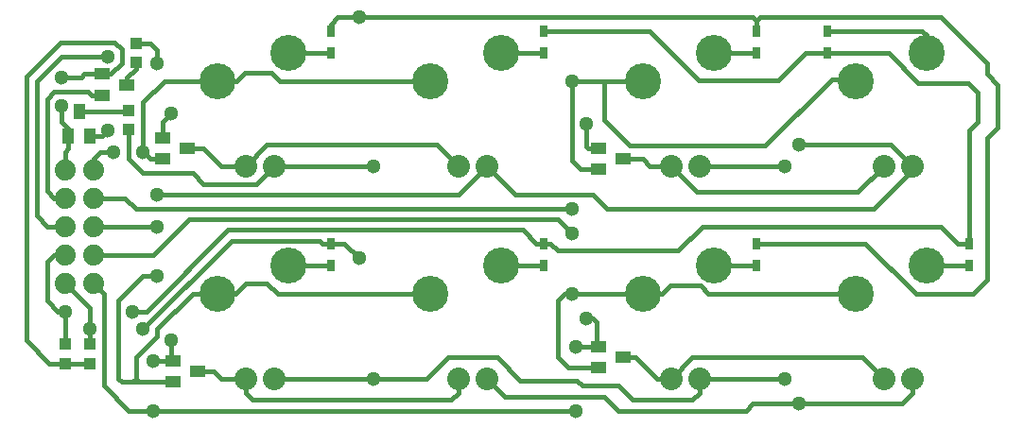
<source format=gbr>
G04 EAGLE Gerber RS-274X export*
G75*
%MOMM*%
%FSLAX34Y34*%
%LPD*%
%INBottom Copper*%
%IPPOS*%
%AMOC8*
5,1,8,0,0,1.08239X$1,22.5*%
G01*
%ADD10C,2.032000*%
%ADD11C,3.225800*%
%ADD12R,1.400000X1.000000*%
%ADD13R,1.000000X1.400000*%
%ADD14R,1.100000X1.000000*%
%ADD15C,1.879600*%
%ADD16R,0.800000X1.000000*%
%ADD17C,0.406400*%
%ADD18C,1.300000*%


D10*
X212725Y241300D03*
X238125Y241300D03*
D11*
X187325Y317500D03*
X250825Y342900D03*
D10*
X403225Y241300D03*
X428625Y241300D03*
D11*
X377825Y317500D03*
X441325Y342900D03*
D10*
X593725Y241300D03*
X619125Y241300D03*
D11*
X568325Y317500D03*
X631825Y342900D03*
D10*
X784225Y241300D03*
X809625Y241300D03*
D11*
X758825Y317500D03*
X822325Y342900D03*
D10*
X212725Y50800D03*
X238125Y50800D03*
D11*
X187325Y127000D03*
X250825Y152400D03*
D10*
X403225Y50800D03*
X428625Y50800D03*
D11*
X377825Y127000D03*
X441325Y152400D03*
D10*
X593725Y50800D03*
X619125Y50800D03*
D11*
X568325Y127000D03*
X631825Y152400D03*
D10*
X784225Y50800D03*
X809625Y50800D03*
D11*
X758825Y127000D03*
X822325Y152400D03*
D12*
X160225Y257175D03*
X138225Y266675D03*
X138225Y247675D03*
X550750Y247650D03*
X528750Y257150D03*
X528750Y238150D03*
X169750Y57150D03*
X147750Y66650D03*
X147750Y47650D03*
X550750Y69850D03*
X528750Y79350D03*
X528750Y60350D03*
D13*
X63500Y290400D03*
X54000Y268400D03*
X73000Y268400D03*
D12*
X106250Y314325D03*
X84250Y323825D03*
X84250Y304825D03*
D14*
X107950Y291075D03*
X107950Y274075D03*
X114300Y334400D03*
X114300Y351400D03*
D15*
X76200Y136525D03*
X50800Y136525D03*
X76200Y161925D03*
X50800Y161925D03*
X76200Y187325D03*
X50800Y187325D03*
X76200Y212725D03*
X50800Y212725D03*
X76200Y238125D03*
X50800Y238125D03*
D16*
X288925Y342425D03*
X288925Y362425D03*
X479425Y342425D03*
X479425Y362425D03*
X669925Y342425D03*
X669925Y362425D03*
X733425Y362425D03*
X733425Y342425D03*
X288925Y151925D03*
X288925Y171925D03*
X479425Y151925D03*
X479425Y171925D03*
X669925Y151925D03*
X669925Y171925D03*
X860425Y151925D03*
X860425Y171925D03*
D14*
X73025Y64525D03*
X73025Y81525D03*
X50800Y64525D03*
X50800Y81525D03*
D17*
X187325Y317500D02*
X204666Y317500D01*
X211905Y324739D01*
X235770Y324739D01*
X243009Y317500D01*
X377825Y317500D01*
X139700Y317500D02*
X120650Y298450D01*
X139700Y317500D02*
X187325Y317500D01*
X138225Y247675D02*
X127000Y247675D01*
X127000Y247650D01*
X120650Y254000D01*
D18*
X120650Y254000D03*
X94719Y254000D03*
D17*
X82550Y254000D01*
X76200Y247650D01*
X76200Y238125D01*
X120650Y254000D02*
X120650Y298450D01*
X757149Y319176D02*
X758825Y317500D01*
X757149Y319176D02*
X737540Y319176D01*
X677824Y259461D01*
X566738Y319088D02*
X566649Y319176D01*
X528750Y238150D02*
X512875Y238150D01*
X504825Y246200D01*
X504825Y317500D01*
X533400Y317500D01*
X568325Y317500D01*
X556514Y259461D02*
X677824Y259461D01*
X556514Y259461D02*
X533400Y282575D01*
D18*
X504825Y317500D03*
X504825Y203200D03*
D17*
X114300Y203200D01*
X104775Y212725D01*
X76200Y212725D01*
X533400Y282575D02*
X533400Y317500D01*
X377825Y127000D02*
X241300Y127000D01*
X231775Y136525D01*
X212725Y136525D01*
X203200Y127000D01*
X187325Y127000D01*
X147750Y47650D02*
X117450Y47650D01*
X114300Y50800D01*
X114300Y69850D02*
X133350Y88900D01*
X114300Y50825D02*
X114300Y50800D01*
X114300Y50825D02*
X114300Y69850D01*
X133350Y88900D02*
X133350Y95250D01*
D18*
X133350Y187325D03*
D17*
X76200Y187325D01*
X165100Y127000D02*
X133350Y95250D01*
X165100Y127000D02*
X187325Y127000D01*
X117450Y47650D02*
X111125Y47650D01*
X101575Y47650D01*
X98425Y50800D01*
X98425Y120650D01*
X120650Y142875D01*
X133350Y142875D01*
D18*
X133350Y142875D03*
D17*
X114300Y50825D02*
X111125Y47650D01*
X251300Y342425D02*
X288925Y342425D01*
X251300Y342425D02*
X250825Y342900D01*
X631825Y342900D02*
X669450Y342900D01*
X669925Y342425D01*
X288450Y152400D02*
X250825Y152400D01*
X288450Y152400D02*
X288925Y151925D01*
X441325Y342900D02*
X478950Y342900D01*
X479425Y342425D01*
X733425Y362425D02*
X818675Y362425D01*
X822325Y358775D01*
X822325Y342900D01*
X478950Y152400D02*
X441325Y152400D01*
X478950Y152400D02*
X479425Y151925D01*
X288925Y362425D02*
X288925Y368300D01*
X295275Y374650D02*
X314325Y374650D01*
X666750Y374650D01*
X669925Y371475D01*
X669925Y362425D01*
X295275Y374650D02*
X288925Y368300D01*
X669925Y171925D02*
X767875Y171925D01*
X812800Y127000D01*
X863600Y127000D01*
X876300Y139700D01*
X876300Y333375D02*
X835025Y374650D01*
X673100Y374650D01*
X669925Y371475D01*
X876300Y266700D02*
X876300Y139700D01*
X876300Y323850D02*
X876300Y333375D01*
X301150Y171925D02*
X288925Y171925D01*
X301150Y171925D02*
X314325Y158750D01*
D18*
X314325Y158750D03*
X314325Y374650D03*
D17*
X288925Y171925D02*
X281364Y171925D01*
X278664Y174625D01*
X200025Y174625D01*
X120650Y95250D01*
D18*
X120650Y95250D03*
X73025Y95250D03*
D17*
X73025Y114300D01*
X50800Y136525D01*
X73025Y95250D02*
X73025Y81525D01*
X876300Y323850D02*
X885825Y314325D01*
X885825Y276225D01*
X876300Y266700D01*
X868451Y307035D02*
X859485Y316001D01*
X815035Y316001D01*
X733425Y342425D02*
X713900Y342425D01*
X689829Y318354D01*
X618271Y318354D01*
X733425Y342425D02*
X788611Y342425D01*
X815035Y316001D01*
X574200Y362425D02*
X479425Y362425D01*
X574200Y362425D02*
X618271Y318354D01*
X868451Y307035D02*
X868451Y281076D01*
X860425Y273050D01*
X860425Y171925D01*
X621825Y187325D02*
X600075Y165575D01*
X492125Y165575D01*
X485775Y171925D01*
X479425Y171925D01*
X850425Y171925D02*
X860425Y171925D01*
X835025Y187325D02*
X621825Y187325D01*
X835025Y187325D02*
X850425Y171925D01*
X479425Y171925D02*
X473075Y171925D01*
X460850Y184150D01*
X196850Y184150D01*
X123825Y111125D02*
X111125Y111125D01*
X123825Y111125D02*
X196850Y184150D01*
D18*
X111125Y111125D03*
X50800Y111125D03*
D17*
X50800Y161925D02*
X41275Y161925D01*
X34925Y155575D01*
X34925Y120650D01*
X44450Y111125D02*
X50800Y111125D01*
X44450Y111125D02*
X34925Y120650D01*
X50800Y111125D02*
X50800Y81525D01*
D18*
X695325Y241300D03*
X695325Y50800D03*
D17*
X619125Y50800D01*
X619125Y241300D02*
X695325Y241300D01*
X327025Y50800D02*
X238125Y50800D01*
X327025Y50800D02*
X374650Y50800D01*
X393700Y69850D02*
X438150Y69850D01*
X393700Y69850D02*
X374650Y50800D01*
X558800Y31750D02*
X612775Y31750D01*
X619125Y38100D01*
X619125Y50800D01*
X458788Y49213D02*
X438150Y69850D01*
X327025Y241300D02*
X238125Y241300D01*
D18*
X327025Y241300D03*
X327025Y50800D03*
D17*
X107950Y247650D02*
X107950Y274075D01*
X107950Y247650D02*
X120650Y234950D01*
X174625Y225425D02*
X222250Y225425D01*
X238125Y241300D01*
X165100Y234950D02*
X120650Y234950D01*
X165100Y234950D02*
X174625Y225425D01*
X458788Y49213D02*
X509588Y49213D01*
X514350Y44450D01*
X546100Y44450D02*
X558800Y31750D01*
X546100Y44450D02*
X514350Y44450D01*
X790575Y260350D02*
X809625Y241300D01*
X790575Y260350D02*
X708025Y260350D01*
D18*
X708025Y260350D03*
X708025Y28575D03*
D17*
X800100Y28575D02*
X809625Y38100D01*
X800100Y28575D02*
X708025Y28575D01*
X809625Y38100D02*
X809625Y50800D01*
X708025Y28575D02*
X666750Y28575D01*
X660400Y22225D01*
X546100Y22225D01*
X454025Y215900D02*
X428625Y241300D01*
X809625Y241300D02*
X809625Y238125D01*
X428625Y241300D02*
X403225Y215900D01*
X133881Y215900D01*
X133350Y215369D01*
D18*
X133350Y215369D03*
X133350Y333375D03*
D17*
X133350Y345050D01*
X127000Y351400D01*
X114300Y351400D01*
X428625Y50800D02*
X444500Y34925D01*
X533400Y34925D01*
X546100Y22225D01*
X536575Y203200D02*
X774700Y203200D01*
X809625Y238125D01*
X523875Y215900D02*
X454025Y215900D01*
X523875Y215900D02*
X536575Y203200D01*
X107950Y290400D02*
X107950Y291075D01*
X107950Y290400D02*
X63500Y290400D01*
X114300Y328725D02*
X114300Y334400D01*
X114300Y328725D02*
X106250Y320675D01*
X106250Y314325D01*
X54000Y268400D02*
X54000Y257200D01*
X50800Y254000D01*
X50800Y238125D01*
X54000Y268400D02*
X54000Y274750D01*
X47625Y281125D01*
X47625Y295275D01*
D18*
X47625Y295275D03*
X47625Y320675D03*
D17*
X68375Y323825D02*
X84250Y323825D01*
X68375Y323825D02*
X65225Y320675D01*
X47625Y320675D01*
X50800Y64525D02*
X73025Y64525D01*
X84250Y323825D02*
X92050Y323825D01*
X101600Y346075D02*
X95250Y352425D01*
X47117Y352425D01*
X92050Y323825D02*
X101600Y333375D01*
X101600Y346075D01*
X16637Y321945D02*
X16637Y84963D01*
X37075Y64525D02*
X50800Y64525D01*
X16637Y321945D02*
X47117Y352425D01*
X16637Y84963D02*
X37075Y64525D01*
X34925Y187325D02*
X50800Y187325D01*
X34925Y187325D02*
X25400Y196850D01*
X25400Y317500D01*
X47625Y339725D02*
X88900Y339725D01*
D18*
X88900Y339725D03*
X88900Y273050D03*
D17*
X84250Y268400D02*
X73000Y268400D01*
X84250Y268400D02*
X88900Y273050D01*
X25400Y317500D02*
X47625Y339725D01*
X74725Y304825D02*
X84250Y304825D01*
X74725Y304825D02*
X71550Y308000D01*
X41300Y308000D01*
X34925Y301625D01*
X34925Y219075D01*
X41275Y212725D01*
X50800Y212725D01*
X631825Y152400D02*
X669450Y152400D01*
X669925Y151925D01*
X822325Y152400D02*
X859950Y152400D01*
X860425Y151925D01*
X758825Y127000D02*
X627184Y127000D01*
X619945Y134239D01*
X592905Y134239D01*
X585666Y127000D01*
X568325Y127000D01*
X504825Y127000D01*
X498475Y127000D01*
X492125Y120650D01*
X492125Y69850D01*
X501625Y60350D01*
X528750Y60350D01*
D18*
X504825Y127000D03*
X504825Y180975D03*
D17*
X492125Y193675D01*
X161925Y193675D02*
X130175Y161925D01*
X76200Y161925D01*
X161925Y193675D02*
X492125Y193675D01*
X612775Y69850D02*
X765175Y69850D01*
X612775Y69850D02*
X593725Y50800D01*
X765175Y69850D02*
X784225Y50800D01*
X593725Y50800D02*
X581025Y50800D01*
X561975Y69850D01*
X550750Y69850D01*
X212725Y50800D02*
X190500Y50800D01*
X184150Y57150D01*
X169750Y57150D01*
X212725Y50800D02*
X212725Y38100D01*
X219075Y31750D01*
X396875Y31750D01*
X403225Y38100D01*
X403225Y50800D01*
X616619Y218059D02*
X760984Y218059D01*
X784225Y241300D01*
X616619Y218059D02*
X593725Y240953D01*
X593725Y241300D01*
X574675Y241300D01*
X568325Y247650D01*
X550750Y247650D01*
X231775Y260350D02*
X212725Y241300D01*
X384175Y260350D02*
X403225Y241300D01*
X384175Y260350D02*
X231775Y260350D01*
X190500Y241300D02*
X174625Y257175D01*
X190500Y241300D02*
X212725Y241300D01*
X174625Y257175D02*
X160225Y257175D01*
X519225Y257150D02*
X528750Y257150D01*
X519225Y257150D02*
X517525Y258850D01*
X517525Y279400D01*
D18*
X517525Y279400D03*
X517525Y104775D03*
D17*
X523875Y104775D02*
X527050Y101600D01*
X523875Y104775D02*
X517525Y104775D01*
X527050Y101600D02*
X527050Y81050D01*
X528750Y79350D01*
X138225Y266675D02*
X138225Y281100D01*
X146050Y288925D01*
D18*
X146050Y288925D03*
X146050Y85725D03*
D17*
X147750Y68150D02*
X147750Y66650D01*
X147750Y68150D02*
X146050Y69850D01*
X146050Y85725D01*
X147775Y66675D02*
X147750Y66650D01*
D18*
X508000Y79375D03*
X508000Y22225D03*
D17*
X130175Y22225D01*
D18*
X130175Y22225D03*
X130175Y66675D03*
D17*
X130200Y66650D01*
X147750Y66650D01*
X130175Y22225D02*
X107950Y22225D01*
X85725Y44450D01*
X85725Y127000D01*
X76200Y136525D01*
X508000Y79350D02*
X528750Y79350D01*
X508000Y79375D02*
X508000Y79350D01*
M02*

</source>
